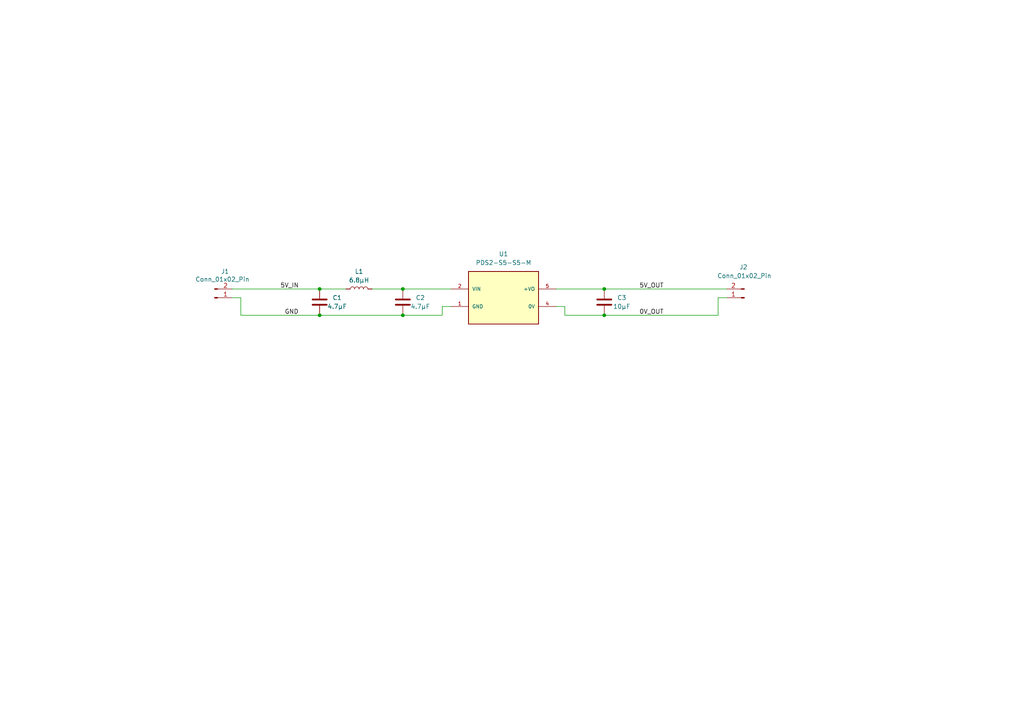
<source format=kicad_sch>
(kicad_sch (version 20231120) (generator "eeschema") (generator_version "8.0")
  (paper "A4")
  (lib_symbols
    (symbol "Connector:Conn_01x02_Pin" (pin_names (offset 1.016) hide)
      (property "Reference" "J" (at 0 2.54 0))
      (property "Value" "Conn_01x02_Pin" (at 0 -5.08 0))
      (symbol "Conn_01x02_Pin_1_1"
        (polyline (pts (xy 1.27 -2.54) (xy 0.8636 -2.54)) (stroke (width 0.1524)))
        (polyline (pts (xy 1.27 0) (xy 0.8636 0)) (stroke (width 0.1524)))
        (rectangle (start 0.8636 -2.413) (end 0 -2.667) (stroke (width 0.1524)) (fill (type outline)))
        (rectangle (start 0.8636 0.127) (end 0 -0.127) (stroke (width 0.1524)) (fill (type outline)))
        (pin passive line (at 5.08 0 180) (length 3.81) (name "Pin_1") (number "1"))
        (pin passive line (at 5.08 -2.54 180) (length 3.81) (name "Pin_2") (number "2"))
      )
    )
    (symbol "Device:C" (pin_numbers hide) (pin_names (offset 0.254))
      (property "Reference" "C" (at 0.635 2.54 0))
      (property "Value" "C" (at 0.635 -2.54 0))
      (symbol "C_0_1"
        (polyline (pts (xy -2.032 -0.762) (xy 2.032 -0.762)) (stroke (width 0.508)))
        (polyline (pts (xy -2.032 0.762) (xy 2.032 0.762)) (stroke (width 0.508)))
      )
      (symbol "C_1_1"
        (pin passive line (at 0 3.81 270) (length 2.794) (name "~") (number "1"))
        (pin passive line (at 0 -3.81 90) (length 2.794) (name "~") (number "2"))
      )
    )
    (symbol "Device:L" (pin_numbers hide) (pin_names (offset 1.016) hide)
      (property "Reference" "L" (at -1.27 0 90))
      (property "Value" "L" (at 1.905 0 90))
      (symbol "L_0_1"
        (arc (start 0 -2.54) (mid 0.6323 -1.905) (end 0 -1.27))
        (arc (start 0 -1.27) (mid 0.6323 -0.635) (end 0 0))
        (arc (start 0 0) (mid 0.6323 0.635) (end 0 1.27))
        (arc (start 0 1.27) (mid 0.6323 1.905) (end 0 2.54))
      )
      (symbol "L_1_1"
        (pin passive line (at 0 3.81 270) (length 1.27) (name "1") (number "1"))
        (pin passive line (at 0 -3.81 90) (length 1.27) (name "2") (number "2"))
      )
    )
    (symbol "PDS2-S5-S5-M:PDS2-S5-S5-M" (pin_names (offset 1.016))
      (property "Reference" "U" (at -10.2169 7.6627 0))
      (property "Value" "PDS2-S5-S5-M" (at -10.232 -10.232 0))
      (symbol "PDS2-S5-S5-M_0_0"
        (rectangle (start -10.16 -7.62) (end 10.16 7.62) (stroke (width 0.254)) (fill (type background)))
        (pin power_in line (at -15.24 -2.54 0) (length 5.08) (name "GND") (number "1"))
        (pin input line (at -15.24 2.54 0) (length 5.08) (name "VIN") (number "2"))
        (pin power_in line (at 15.24 -2.54 180) (length 5.08) (name "0V") (number "4"))
        (pin output line (at 15.24 2.54 180) (length 5.08) (name "+VO") (number "5"))
      )
    )
  )
  (junction (at 92.71 91.44))
  (junction (at 175.26 91.44))
  (junction (at 92.71 83.82))
  (junction (at 175.26 83.82))
  (junction (at 116.84 83.82))
  (junction (at 116.84 91.44))
  (wire (pts (xy 128.27 88.9) (xy 130.81 88.9)))
  (wire (pts (xy 69.85 86.36) (xy 69.85 91.44)))
  (wire (pts (xy 92.71 83.82) (xy 100.33 83.82)))
  (wire (pts (xy 116.84 83.82) (xy 130.81 83.82)))
  (wire (pts (xy 163.83 88.9) (xy 161.29 88.9)))
  (wire (pts (xy 92.71 91.44) (xy 116.84 91.44)))
  (wire (pts (xy 69.85 91.44) (xy 92.71 91.44)))
  (wire (pts (xy 69.85 86.36) (xy 67.31 86.36)))
  (wire (pts (xy 128.27 91.44) (xy 116.84 91.44)))
  (wire (pts (xy 161.29 83.82) (xy 175.26 83.82)))
  (wire (pts (xy 175.26 83.82) (xy 210.82 83.82)))
  (wire (pts (xy 67.31 83.82) (xy 92.71 83.82)))
  (wire (pts (xy 163.83 91.44) (xy 175.26 91.44)))
  (wire (pts (xy 163.83 88.9) (xy 163.83 91.44)))
  (wire (pts (xy 208.28 86.36) (xy 210.82 86.36)))
  (wire (pts (xy 107.95 83.82) (xy 116.84 83.82)))
  (wire (pts (xy 208.28 91.44) (xy 208.28 86.36)))
  (wire (pts (xy 128.27 88.9) (xy 128.27 91.44)))
  (wire (pts (xy 175.26 91.44) (xy 208.28 91.44)))
  (label "5V_IN" (at 81.28 83.82 0))
  (label "GND" (at 82.55 91.44 0))
  (label "0V_OUT" (at 185.42 91.44 0))
  (label "5V_OUT" (at 185.42 83.82 0))
  (symbol (lib_id "Device:C") (at 175.26 87.63 0) (unit 1)
    (property "Reference" "C3" (at 180.34 86.36 0))
    (property "Value" "10μF" (at 180.34 88.9 0))
    (property "Footprint" "Capacitor_THT:C_Disc_D5.0mm_W2.5mm_P5.00mm" (effects (hide yes)))
  )
  (symbol (lib_id "PDS2-S5-S5-M:PDS2-S5-S5-M") (at 146.05 86.36 0) (unit 1)
    (property "Reference" "U1" (at 146.05 73.66 0))
    (property "Value" "PDS2-S5-S5-M" (at 146.05 76.2 0))
    (property "Footprint" "PDS2-S5-S5-M:CONV_PDS2-S5-S5-M" (effects (hide yes)))
    (property "MF" "CUI" (effects (hide yes)))
    (property "DESCRIPTION" "PDS2-M Series 2 W 12 VDC 167 mA Single Output DC-DC Isolated Converter" (effects (hide yes)))
    (property "PACKAGE" "None" (effects (hide yes)))
    (property "PRICE" "6.84 USD" (effects (hide yes)))
    (property "MP" "PDS2-S12-S12-M" (effects (hide yes)))
    (property "AVAILABILITY" "Unavailable" (effects (hide yes)))
  )
  (symbol (lib_id "Device:C") (at 92.71 87.63 0) (unit 1)
    (property "Reference" "C1" (at 97.79 86.36 0))
    (property "Value" "4.7μF" (at 97.79 88.9 0))
    (property "Footprint" "Capacitor_THT:C_Disc_D5.0mm_W2.5mm_P5.00mm" (effects (hide yes)))
  )
  (symbol (lib_id "Device:L") (at 104.14 83.82 90) (unit 1)
    (property "Reference" "L1" (at 104.14 78.74 90))
    (property "Value" "6.8μH" (at 104.14 81.28 90))
    (property "Footprint" "Inductor_THT:L_Radial_D7.0mm_P3.00mm" (effects (hide yes)))
    (property "Description" "Inductor" (effects (hide yes)))
  )
  (symbol (lib_id "Connector:Conn_01x02_Pin") (at 215.9 86.36 180) (unit 1)
    (property "Reference" "J2" (at 215.646 77.47 0))
    (property "Value" "Conn_01x02_Pin" (at 215.9 80.01 0))
    (property "Footprint" "Connector_PinSocket_2.54mm:PinSocket_1x02_P2.54mm_Horizontal" (effects (hide yes)))
    (property "Description" "Generic connector, single row, 01x02, script generated" (effects (hide yes)))
  )
  (symbol (lib_id "Device:C") (at 116.84 87.63 0) (unit 1)
    (property "Reference" "C2" (at 121.92 86.36 0))
    (property "Value" "4.7μF" (at 121.92 88.9 0))
    (property "Footprint" "Capacitor_THT:C_Disc_D5.0mm_W2.5mm_P5.00mm" (effects (hide yes)))
  )
  (symbol (lib_id "Connector:Conn_01x02_Pin") (at 62.23 86.36 0) (mirror x) (unit 1)
    (property "Reference" "J1" (at 65.278 78.74 0))
    (property "Value" "Conn_01x02_Pin" (at 64.516 81.026 0))
    (property "Footprint" "Connector_PinHeader_2.54mm:PinHeader_1x02_P2.54mm_Horizontal" (effects (hide yes)))
    (property "Description" "Generic connector, single row, 01x02, script generated" (effects (hide yes)))
  )
)
</source>
